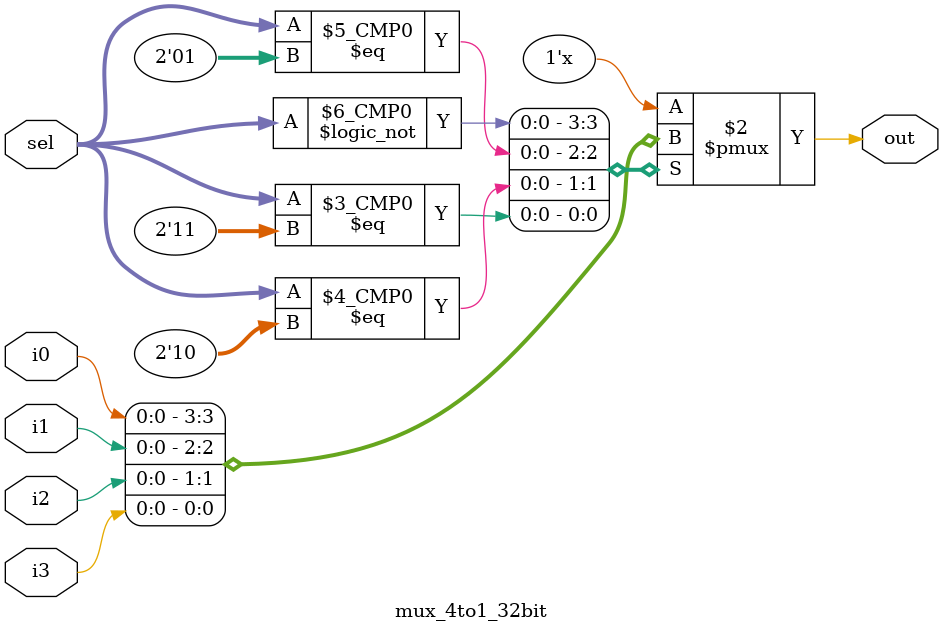
<source format=v>
module mux_4to1_32bit
(
  input [1:0] sel,
  input  i0,i1,i2,i3,
  output reg out
);
    
  always @(*) begin
    case(sel)
      2'h0: out = i0;
      2'h1: out = i1;
      2'h2: out = i2;
      2'h3: out = i3;
      default: out = 0;
    endcase
  end
endmodule
</source>
